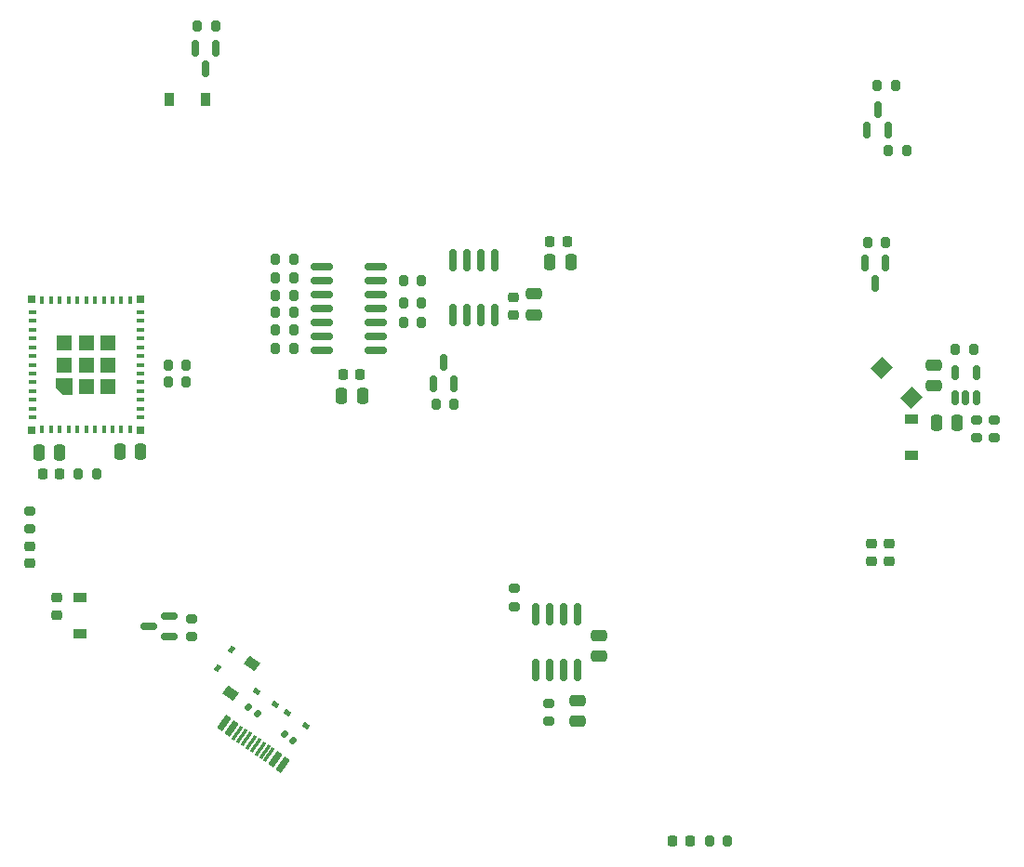
<source format=gtp>
G04 #@! TF.GenerationSoftware,KiCad,Pcbnew,6.0.11-2627ca5db0~126~ubuntu20.04.1*
G04 #@! TF.CreationDate,2023-04-28T08:30:21+02:00*
G04 #@! TF.ProjectId,Semafor_bottom,53656d61-666f-4725-9f62-6f74746f6d2e,rev?*
G04 #@! TF.SameCoordinates,Original*
G04 #@! TF.FileFunction,Paste,Top*
G04 #@! TF.FilePolarity,Positive*
%FSLAX46Y46*%
G04 Gerber Fmt 4.6, Leading zero omitted, Abs format (unit mm)*
G04 Created by KiCad (PCBNEW 6.0.11-2627ca5db0~126~ubuntu20.04.1) date 2023-04-28 08:30:21*
%MOMM*%
%LPD*%
G01*
G04 APERTURE LIST*
G04 Aperture macros list*
%AMRoundRect*
0 Rectangle with rounded corners*
0 $1 Rounding radius*
0 $2 $3 $4 $5 $6 $7 $8 $9 X,Y pos of 4 corners*
0 Add a 4 corners polygon primitive as box body*
4,1,4,$2,$3,$4,$5,$6,$7,$8,$9,$2,$3,0*
0 Add four circle primitives for the rounded corners*
1,1,$1+$1,$2,$3*
1,1,$1+$1,$4,$5*
1,1,$1+$1,$6,$7*
1,1,$1+$1,$8,$9*
0 Add four rect primitives between the rounded corners*
20,1,$1+$1,$2,$3,$4,$5,0*
20,1,$1+$1,$4,$5,$6,$7,0*
20,1,$1+$1,$6,$7,$8,$9,0*
20,1,$1+$1,$8,$9,$2,$3,0*%
%AMRotRect*
0 Rectangle, with rotation*
0 The origin of the aperture is its center*
0 $1 length*
0 $2 width*
0 $3 Rotation angle, in degrees counterclockwise*
0 Add horizontal line*
21,1,$1,$2,0,0,$3*%
%AMOutline5P*
0 Free polygon, 5 corners , with rotation*
0 The origin of the aperture is its center*
0 number of corners: always 5*
0 $1 to $10 corner X, Y*
0 $11 Rotation angle, in degrees counterclockwise*
0 create outline with 5 corners*
4,1,5,$1,$2,$3,$4,$5,$6,$7,$8,$9,$10,$1,$2,$11*%
%AMOutline6P*
0 Free polygon, 6 corners , with rotation*
0 The origin of the aperture is its center*
0 number of corners: always 6*
0 $1 to $12 corner X, Y*
0 $13 Rotation angle, in degrees counterclockwise*
0 create outline with 6 corners*
4,1,6,$1,$2,$3,$4,$5,$6,$7,$8,$9,$10,$11,$12,$1,$2,$13*%
%AMOutline7P*
0 Free polygon, 7 corners , with rotation*
0 The origin of the aperture is its center*
0 number of corners: always 7*
0 $1 to $14 corner X, Y*
0 $15 Rotation angle, in degrees counterclockwise*
0 create outline with 7 corners*
4,1,7,$1,$2,$3,$4,$5,$6,$7,$8,$9,$10,$11,$12,$13,$14,$1,$2,$15*%
%AMOutline8P*
0 Free polygon, 8 corners , with rotation*
0 The origin of the aperture is its center*
0 number of corners: always 8*
0 $1 to $16 corner X, Y*
0 $17 Rotation angle, in degrees counterclockwise*
0 create outline with 8 corners*
4,1,8,$1,$2,$3,$4,$5,$6,$7,$8,$9,$10,$11,$12,$13,$14,$15,$16,$1,$2,$17*%
G04 Aperture macros list end*
%ADD10RoundRect,0.200000X0.200000X0.275000X-0.200000X0.275000X-0.200000X-0.275000X0.200000X-0.275000X0*%
%ADD11RoundRect,0.200000X-0.200000X-0.275000X0.200000X-0.275000X0.200000X0.275000X-0.200000X0.275000X0*%
%ADD12RoundRect,0.218750X0.256250X-0.218750X0.256250X0.218750X-0.256250X0.218750X-0.256250X-0.218750X0*%
%ADD13RoundRect,0.218750X-0.256250X0.218750X-0.256250X-0.218750X0.256250X-0.218750X0.256250X0.218750X0*%
%ADD14RoundRect,0.200000X0.275000X-0.200000X0.275000X0.200000X-0.275000X0.200000X-0.275000X-0.200000X0*%
%ADD15RoundRect,0.200000X-0.275000X0.200000X-0.275000X-0.200000X0.275000X-0.200000X0.275000X0.200000X0*%
%ADD16RoundRect,0.162500X0.162500X-0.825000X0.162500X0.825000X-0.162500X0.825000X-0.162500X-0.825000X0*%
%ADD17RoundRect,0.250000X-0.475000X0.250000X-0.475000X-0.250000X0.475000X-0.250000X0.475000X0.250000X0*%
%ADD18R,0.900000X1.200000*%
%ADD19RoundRect,0.225000X0.225000X0.250000X-0.225000X0.250000X-0.225000X-0.250000X0.225000X-0.250000X0*%
%ADD20RoundRect,0.150000X0.150000X-0.512500X0.150000X0.512500X-0.150000X0.512500X-0.150000X-0.512500X0*%
%ADD21RotRect,0.600000X0.450000X55.000000*%
%ADD22RotRect,0.900000X1.200000X235.000000*%
%ADD23RoundRect,0.225000X0.250000X-0.225000X0.250000X0.225000X-0.250000X0.225000X-0.250000X-0.225000X0*%
%ADD24RoundRect,0.150000X0.150000X-0.587500X0.150000X0.587500X-0.150000X0.587500X-0.150000X-0.587500X0*%
%ADD25RoundRect,0.250000X-0.250000X-0.475000X0.250000X-0.475000X0.250000X0.475000X-0.250000X0.475000X0*%
%ADD26RoundRect,0.250000X0.250000X0.475000X-0.250000X0.475000X-0.250000X-0.475000X0.250000X-0.475000X0*%
%ADD27RotRect,0.600000X0.450000X145.000000*%
%ADD28RoundRect,0.150000X-0.150000X0.587500X-0.150000X-0.587500X0.150000X-0.587500X0.150000X0.587500X0*%
%ADD29R,1.200000X0.900000*%
%ADD30RoundRect,0.150000X0.587500X0.150000X-0.587500X0.150000X-0.587500X-0.150000X0.587500X-0.150000X0*%
%ADD31R,0.400000X0.800000*%
%ADD32R,0.800000X0.400000*%
%ADD33R,1.450000X1.450000*%
%ADD34Outline5P,-0.725000X0.125004X-0.125004X0.725000X0.725000X0.725000X0.725000X-0.725000X-0.725000X-0.725000X90.000000*%
%ADD35R,0.700000X0.700000*%
%ADD36RoundRect,0.135000X-0.216697X-0.074110X0.004474X-0.228976X0.216697X0.074110X-0.004474X0.228976X0*%
%ADD37RoundRect,0.150000X-0.150000X0.825000X-0.150000X-0.825000X0.150000X-0.825000X0.150000X0.825000X0*%
%ADD38RoundRect,0.225000X-0.225000X-0.250000X0.225000X-0.250000X0.225000X0.250000X-0.225000X0.250000X0*%
%ADD39RotRect,0.600000X1.450000X325.000000*%
%ADD40RotRect,0.300000X1.450000X325.000000*%
%ADD41RotRect,0.600000X0.450000X325.000000*%
%ADD42RoundRect,0.218750X0.218750X0.256250X-0.218750X0.256250X-0.218750X-0.256250X0.218750X-0.256250X0*%
%ADD43RoundRect,0.250000X0.475000X-0.250000X0.475000X0.250000X-0.475000X0.250000X-0.475000X-0.250000X0*%
%ADD44RoundRect,0.150000X0.825000X0.150000X-0.825000X0.150000X-0.825000X-0.150000X0.825000X-0.150000X0*%
%ADD45RotRect,1.500000X1.400000X45.000000*%
%ADD46RoundRect,0.135000X0.216697X0.074110X-0.004474X0.228976X-0.216697X-0.074110X0.004474X-0.228976X0*%
%ADD47RoundRect,0.225000X-0.250000X0.225000X-0.250000X-0.225000X0.250000X-0.225000X0.250000X0.225000X0*%
G04 APERTURE END LIST*
D10*
G04 #@! TO.C,R11*
X182925000Y-73437500D03*
X181275000Y-73437500D03*
G04 #@! TD*
D11*
G04 #@! TO.C,R12*
X165975000Y-142300000D03*
X167625000Y-142300000D03*
G04 #@! TD*
D12*
G04 #@! TO.C,D13*
X182380000Y-116787500D03*
X182380000Y-115212500D03*
G04 #@! TD*
D13*
G04 #@! TO.C,D15*
X104100000Y-115412500D03*
X104100000Y-116987500D03*
G04 #@! TD*
D14*
G04 #@! TO.C,R15*
X118821190Y-123672500D03*
X118821190Y-122022500D03*
G04 #@! TD*
D15*
G04 #@! TO.C,R8*
X151400000Y-129715000D03*
X151400000Y-131365000D03*
G04 #@! TD*
D16*
G04 #@! TO.C,U2*
X150145000Y-126727500D03*
X151415000Y-126727500D03*
X152685000Y-126727500D03*
X153955000Y-126727500D03*
X153955000Y-121652500D03*
X152685000Y-121652500D03*
X151415000Y-121652500D03*
X150145000Y-121652500D03*
G04 #@! TD*
D10*
G04 #@! TO.C,R16*
X139762500Y-93300000D03*
X138112500Y-93300000D03*
G04 #@! TD*
D17*
G04 #@! TO.C,C13*
X186400000Y-98900000D03*
X186400000Y-100800000D03*
G04 #@! TD*
D18*
G04 #@! TO.C,D21*
X116800000Y-74700000D03*
X120100000Y-74700000D03*
G04 #@! TD*
D10*
G04 #@! TO.C,R22*
X128125000Y-94150000D03*
X126475000Y-94150000D03*
G04 #@! TD*
D19*
G04 #@! TO.C,C4*
X134161786Y-99800000D03*
X132611786Y-99800000D03*
G04 #@! TD*
D20*
G04 #@! TO.C,U3*
X188375000Y-101925000D03*
X189325000Y-101925000D03*
X190275000Y-101925000D03*
X190275000Y-99650000D03*
X188375000Y-99650000D03*
G04 #@! TD*
D21*
G04 #@! TO.C,D18*
X121243146Y-126528138D03*
X122447656Y-124807918D03*
G04 #@! TD*
D22*
G04 #@! TO.C,D24*
X124326465Y-126147969D03*
X122433663Y-128851171D03*
G04 #@! TD*
D23*
G04 #@! TO.C,C6*
X148100000Y-94345000D03*
X148100000Y-92795000D03*
G04 #@! TD*
D24*
G04 #@! TO.C,Q6*
X180350000Y-77525000D03*
X182250000Y-77525000D03*
X181300000Y-75650000D03*
G04 #@! TD*
D25*
G04 #@! TO.C,C14*
X186650000Y-104225000D03*
X188550000Y-104225000D03*
G04 #@! TD*
D26*
G04 #@! TO.C,C3*
X134386786Y-101750000D03*
X132486786Y-101750000D03*
G04 #@! TD*
D10*
G04 #@! TO.C,R30*
X128125000Y-97400000D03*
X126475000Y-97400000D03*
G04 #@! TD*
D27*
G04 #@! TO.C,D20*
X129249263Y-131792344D03*
X127529043Y-130587834D03*
G04 #@! TD*
D28*
G04 #@! TO.C,Q3*
X121050000Y-70062500D03*
X119150000Y-70062500D03*
X120100000Y-71937500D03*
G04 #@! TD*
D11*
G04 #@! TO.C,R7*
X116725000Y-100450000D03*
X118375000Y-100450000D03*
G04 #@! TD*
D29*
G04 #@! TO.C,D22*
X108721190Y-120127500D03*
X108721190Y-123427500D03*
G04 #@! TD*
D26*
G04 #@! TO.C,C8*
X106856698Y-106917961D03*
X104956698Y-106917961D03*
G04 #@! TD*
D30*
G04 #@! TO.C,Q4*
X116828690Y-123657500D03*
X116828690Y-121757500D03*
X114953690Y-122707500D03*
G04 #@! TD*
D11*
G04 #@! TO.C,R5*
X108547604Y-108826337D03*
X110197604Y-108826337D03*
G04 #@! TD*
D10*
G04 #@! TO.C,R17*
X139787500Y-95000000D03*
X138137500Y-95000000D03*
G04 #@! TD*
D31*
G04 #@! TO.C,U1*
X105250000Y-104800000D03*
X106050000Y-104800000D03*
X106850000Y-104800000D03*
X107650000Y-104800000D03*
X108450000Y-104800000D03*
X109250000Y-104800000D03*
X110050000Y-104800000D03*
X110850000Y-104800000D03*
X111650000Y-104800000D03*
X112450000Y-104800000D03*
X113250000Y-104800000D03*
D32*
X114150000Y-103700000D03*
X114150000Y-102900000D03*
X114150000Y-102100000D03*
X114150000Y-101300000D03*
X114150000Y-100500000D03*
X114150000Y-99700000D03*
X114150000Y-98900000D03*
X114150000Y-98100000D03*
X114150000Y-97300000D03*
X114150000Y-96500000D03*
X114150000Y-95700000D03*
X114150000Y-94900000D03*
X114150000Y-94100000D03*
D31*
X113250000Y-93000000D03*
X112450000Y-93000000D03*
X111650000Y-93000000D03*
X110850000Y-93000000D03*
X110050000Y-93000000D03*
X109250000Y-93000000D03*
X108450000Y-93000000D03*
X107650000Y-93000000D03*
X106850000Y-93000000D03*
X106050000Y-93000000D03*
X105250000Y-93000000D03*
D32*
X104350000Y-94100000D03*
X104350000Y-94900000D03*
X104350000Y-95700000D03*
X104350000Y-96500000D03*
X104350000Y-97300000D03*
X104350000Y-98100000D03*
X104350000Y-98900000D03*
X104350000Y-99700000D03*
X104350000Y-100500000D03*
X104350000Y-101300000D03*
X104350000Y-102100000D03*
X104350000Y-102900000D03*
X104350000Y-103700000D03*
D33*
X111225000Y-98900000D03*
D34*
X107275000Y-100875000D03*
D33*
X109250000Y-100875000D03*
X109250000Y-98900000D03*
X111225000Y-100875000D03*
X111225000Y-96925000D03*
X107275000Y-98900000D03*
X107275000Y-96925000D03*
X109250000Y-96925000D03*
D35*
X104300000Y-92950000D03*
X114200000Y-92950000D03*
X114200000Y-104850000D03*
X104300000Y-104850000D03*
G04 #@! TD*
D19*
G04 #@! TO.C,C9*
X106831698Y-108851338D03*
X105281698Y-108851338D03*
G04 #@! TD*
D25*
G04 #@! TO.C,C2*
X112311745Y-106847482D03*
X114211745Y-106847482D03*
G04 #@! TD*
D17*
G04 #@! TO.C,C1*
X153950000Y-129490000D03*
X153950000Y-131390000D03*
G04 #@! TD*
D10*
G04 #@! TO.C,R18*
X139762500Y-91200000D03*
X138112500Y-91200000D03*
G04 #@! TD*
D11*
G04 #@! TO.C,R21*
X126475000Y-89300000D03*
X128125000Y-89300000D03*
G04 #@! TD*
D36*
G04 #@! TO.C,R3*
X127278904Y-132549040D03*
X128114440Y-133134088D03*
G04 #@! TD*
D37*
G04 #@! TO.C,U6*
X146455000Y-89375000D03*
X145185000Y-89375000D03*
X143915000Y-89375000D03*
X142645000Y-89375000D03*
X142645000Y-94325000D03*
X143915000Y-94325000D03*
X145185000Y-94325000D03*
X146455000Y-94325000D03*
G04 #@! TD*
D14*
G04 #@! TO.C,R29*
X104100000Y-113850000D03*
X104100000Y-112200000D03*
G04 #@! TD*
D38*
G04 #@! TO.C,C26*
X151475000Y-87650000D03*
X153025000Y-87650000D03*
G04 #@! TD*
D10*
G04 #@! TO.C,R20*
X128125000Y-92550000D03*
X126475000Y-92550000D03*
G04 #@! TD*
G04 #@! TO.C,R23*
X128125000Y-90950000D03*
X126475000Y-90950000D03*
G04 #@! TD*
D39*
G04 #@! TO.C,J1*
X121808211Y-131575032D03*
X122463532Y-132033893D03*
D40*
X123446515Y-132722184D03*
X124265667Y-133295761D03*
X124675243Y-133582549D03*
X125494395Y-134156126D03*
D39*
X126477377Y-134844417D03*
X127132699Y-135303278D03*
X127132699Y-135303278D03*
X126477377Y-134844417D03*
D40*
X125903971Y-134442914D03*
X125084819Y-133869337D03*
X123856091Y-133008973D03*
X123036939Y-132435396D03*
D39*
X122463532Y-132033893D03*
X121808211Y-131575032D03*
G04 #@! TD*
D10*
G04 #@! TO.C,R1*
X118375000Y-98900000D03*
X116725000Y-98900000D03*
G04 #@! TD*
D41*
G04 #@! TO.C,D19*
X124784884Y-128666353D03*
X126505104Y-129870863D03*
G04 #@! TD*
D11*
G04 #@! TO.C,R13*
X188375000Y-97475000D03*
X190025000Y-97475000D03*
G04 #@! TD*
D10*
G04 #@! TO.C,R19*
X128124286Y-95750000D03*
X126474286Y-95750000D03*
G04 #@! TD*
D25*
G04 #@! TO.C,C7*
X151470000Y-89530000D03*
X153370000Y-89530000D03*
G04 #@! TD*
D42*
G04 #@! TO.C,D16*
X164212500Y-142275000D03*
X162637500Y-142275000D03*
G04 #@! TD*
D29*
G04 #@! TO.C,D17*
X184350000Y-107125000D03*
X184350000Y-103825000D03*
G04 #@! TD*
D14*
G04 #@! TO.C,R9*
X191925000Y-105575000D03*
X191925000Y-103925000D03*
G04 #@! TD*
D43*
G04 #@! TO.C,C5*
X150020000Y-94330000D03*
X150020000Y-92430000D03*
G04 #@! TD*
D15*
G04 #@! TO.C,R10*
X190275000Y-103925000D03*
X190275000Y-105575000D03*
G04 #@! TD*
D10*
G04 #@! TO.C,R14*
X121025000Y-68025000D03*
X119375000Y-68025000D03*
G04 #@! TD*
D28*
G04 #@! TO.C,Q7*
X182025000Y-89637500D03*
X180125000Y-89637500D03*
X181075000Y-91512500D03*
G04 #@! TD*
D24*
G04 #@! TO.C,Q2*
X140850000Y-100587500D03*
X142750000Y-100587500D03*
X141800000Y-98712500D03*
G04 #@! TD*
D14*
G04 #@! TO.C,R6*
X148200000Y-120915000D03*
X148200000Y-119265000D03*
G04 #@! TD*
D44*
G04 #@! TO.C,U5*
X135612500Y-97560000D03*
X135612500Y-96290000D03*
X135612500Y-95020000D03*
X135612500Y-93750000D03*
X135612500Y-92480000D03*
X135612500Y-91210000D03*
X135612500Y-89940000D03*
X130662500Y-89940000D03*
X130662500Y-91210000D03*
X130662500Y-92480000D03*
X130662500Y-93750000D03*
X130662500Y-95020000D03*
X130662500Y-96290000D03*
X130662500Y-97560000D03*
G04 #@! TD*
D12*
G04 #@! TO.C,D14*
X180700000Y-116787500D03*
X180700000Y-115212500D03*
G04 #@! TD*
D17*
G04 #@! TO.C,C10*
X155950000Y-123540000D03*
X155950000Y-125440000D03*
G04 #@! TD*
D45*
G04 #@! TO.C,L1*
X181681500Y-99181500D03*
X184368500Y-101868500D03*
G04 #@! TD*
D46*
G04 #@! TO.C,R2*
X124833753Y-130714850D03*
X123998217Y-130129802D03*
G04 #@! TD*
D10*
G04 #@! TO.C,R24*
X182025000Y-87750000D03*
X180375000Y-87750000D03*
G04 #@! TD*
G04 #@! TO.C,R28*
X183925000Y-79400000D03*
X182275000Y-79400000D03*
G04 #@! TD*
D11*
G04 #@! TO.C,R25*
X141075000Y-102470000D03*
X142725000Y-102470000D03*
G04 #@! TD*
D47*
G04 #@! TO.C,C25*
X106571190Y-120122500D03*
X106571190Y-121672500D03*
G04 #@! TD*
M02*

</source>
